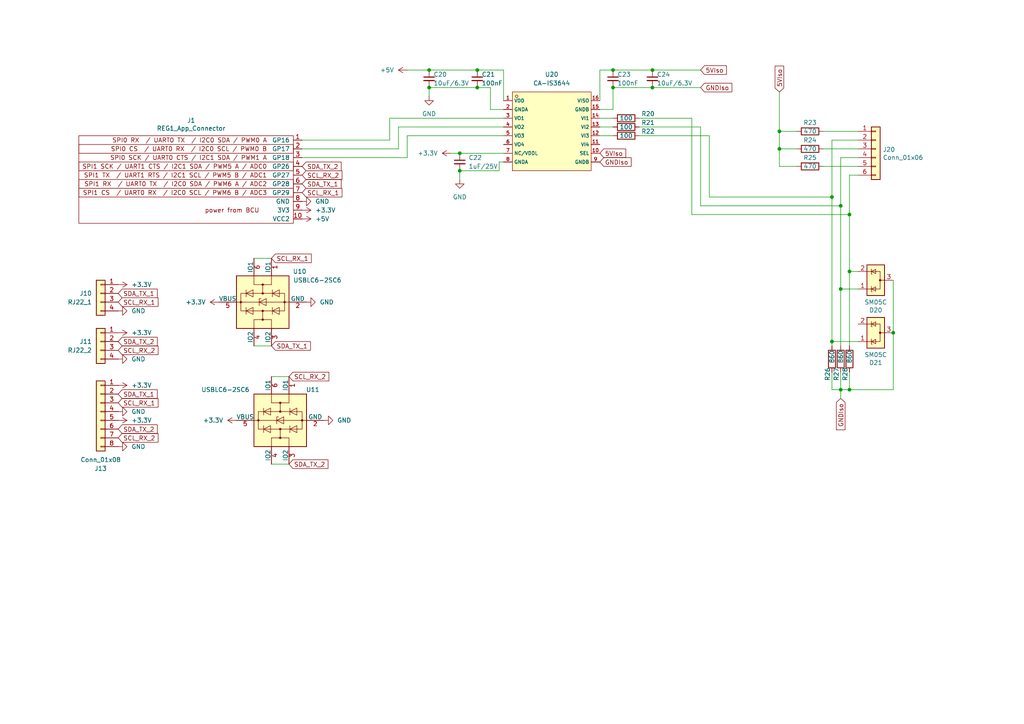
<source format=kicad_sch>
(kicad_sch (version 20250114) (generator "eeschema") (generator_version "9.0")
  (paper "A4")
  (title_block (title "REG1-App-SEN-Multi") (date "2024-09-10") (rev "V00.02") (company "OpenKNX") (comment 1 "by Ing-Dom <dom@ing-dom.de>") (comment 2 "OpenKNX Open Hardware under CC BY-NC-SA 4.0") (comment 3 "REG1-Application PCB with 2 sensor inputs (UART/I2C) and 3 isolated binary inputs") (comment 4 "https://OpenKNX.de"))
  (lib_symbols
    (symbol "Connector_Generic:Conn_01x04" (pin_names (offset 1.016) (hide yes))
      (property "Reference" "J" (at 0 5.08 0))
      (property "Value" "Conn_01x04" (at 0 -7.62 0))
      (symbol "Conn_01x04_1_1"
        (rectangle (start -1.27 3.81) (end 1.27 -6.35) (stroke (width 0.254)) (fill (type background)))
        (rectangle (start -1.27 2.667) (end 0 2.413) (stroke (width 0.1524)))
        (rectangle (start -1.27 0.127) (end 0 -0.127) (stroke (width 0.1524)))
        (rectangle (start -1.27 -2.413) (end 0 -2.667) (stroke (width 0.1524)))
        (rectangle (start -1.27 -4.953) (end 0 -5.207) (stroke (width 0.1524)))
        (pin passive line (at -5.08 2.54 0) (length 3.81) (name "Pin_1") (number "1"))
        (pin passive line (at -5.08 0 0) (length 3.81) (name "Pin_2") (number "2"))
        (pin passive line (at -5.08 -2.54 0) (length 3.81) (name "Pin_3") (number "3"))
        (pin passive line (at -5.08 -5.08 0) (length 3.81) (name "Pin_4") (number "4"))
      )
    )
    (symbol "Connector_Generic:Conn_01x06" (pin_names (offset 1.016) (hide yes))
      (property "Reference" "J" (at 0 7.62 0))
      (property "Value" "Conn_01x06" (at 0 -10.16 0))
      (symbol "Conn_01x06_1_1"
        (rectangle (start -1.27 6.35) (end 1.27 -8.89) (stroke (width 0.254)) (fill (type background)))
        (rectangle (start -1.27 5.207) (end 0 4.953) (stroke (width 0.1524)))
        (rectangle (start -1.27 2.667) (end 0 2.413) (stroke (width 0.1524)))
        (rectangle (start -1.27 0.127) (end 0 -0.127) (stroke (width 0.1524)))
        (rectangle (start -1.27 -2.413) (end 0 -2.667) (stroke (width 0.1524)))
        (rectangle (start -1.27 -4.953) (end 0 -5.207) (stroke (width 0.1524)))
        (rectangle (start -1.27 -7.493) (end 0 -7.747) (stroke (width 0.1524)))
        (pin passive line (at -5.08 5.08 0) (length 3.81) (name "Pin_1") (number "1"))
        (pin passive line (at -5.08 2.54 0) (length 3.81) (name "Pin_2") (number "2"))
        (pin passive line (at -5.08 0 0) (length 3.81) (name "Pin_3") (number "3"))
        (pin passive line (at -5.08 -2.54 0) (length 3.81) (name "Pin_4") (number "4"))
        (pin passive line (at -5.08 -5.08 0) (length 3.81) (name "Pin_5") (number "5"))
        (pin passive line (at -5.08 -7.62 0) (length 3.81) (name "Pin_6") (number "6"))
      )
    )
    (symbol "Connector_Generic:Conn_01x08" (pin_names (offset 1.016) (hide yes))
      (property "Reference" "J" (at 0 10.16 0))
      (property "Value" "Conn_01x08" (at 0 -12.7 0))
      (symbol "Conn_01x08_1_1"
        (rectangle (start -1.27 8.89) (end 1.27 -11.43) (stroke (width 0.254)) (fill (type background)))
        (rectangle (start -1.27 7.747) (end 0 7.493) (stroke (width 0.1524)))
        (rectangle (start -1.27 5.207) (end 0 4.953) (stroke (width 0.1524)))
        (rectangle (start -1.27 2.667) (end 0 2.413) (stroke (width 0.1524)))
        (rectangle (start -1.27 0.127) (end 0 -0.127) (stroke (width 0.1524)))
        (rectangle (start -1.27 -2.413) (end 0 -2.667) (stroke (width 0.1524)))
        (rectangle (start -1.27 -4.953) (end 0 -5.207) (stroke (width 0.1524)))
        (rectangle (start -1.27 -7.493) (end 0 -7.747) (stroke (width 0.1524)))
        (rectangle (start -1.27 -10.033) (end 0 -10.287) (stroke (width 0.1524)))
        (pin passive line (at -5.08 7.62 0) (length 3.81) (name "Pin_1") (number "1"))
        (pin passive line (at -5.08 5.08 0) (length 3.81) (name "Pin_2") (number "2"))
        (pin passive line (at -5.08 2.54 0) (length 3.81) (name "Pin_3") (number "3"))
        (pin passive line (at -5.08 0 0) (length 3.81) (name "Pin_4") (number "4"))
        (pin passive line (at -5.08 -2.54 0) (length 3.81) (name "Pin_5") (number "5"))
        (pin passive line (at -5.08 -5.08 0) (length 3.81) (name "Pin_6") (number "6"))
        (pin passive line (at -5.08 -7.62 0) (length 3.81) (name "Pin_7") (number "7"))
        (pin passive line (at -5.08 -10.16 0) (length 3.81) (name "Pin_8") (number "8"))
      )
    )
    (symbol "Device:C_Small" (pin_numbers (hide yes)) (pin_names (offset 0.254) (hide yes))
      (property "Reference" "C" (at 0.254 1.778 0))
      (property "Value" "C_Small" (at 0.254 -2.032 0))
      (symbol "C_Small_0_1"
        (polyline (pts (xy -1.524 0.508) (xy 1.524 0.508)) (stroke (width 0.3048)))
        (polyline (pts (xy -1.524 -0.508) (xy 1.524 -0.508)) (stroke (width 0.3302)))
      )
      (symbol "C_Small_1_1"
        (pin passive line (at 0 2.54 270) (length 2.032) (name "~") (number "1"))
        (pin passive line (at 0 -2.54 90) (length 2.032) (name "~") (number "2"))
      )
    )
    (symbol "Device:R" (pin_numbers (hide yes)) (pin_names (offset 0))
      (property "Reference" "R" (at 2.032 0 90))
      (property "Value" "R" (at 0 0 90))
      (symbol "R_0_1"
        (rectangle (start -1.016 -2.54) (end 1.016 2.54) (stroke (width 0.254)))
      )
      (symbol "R_1_1"
        (pin passive line (at 0 3.81 270) (length 1.27) (name "~") (number "1"))
        (pin passive line (at 0 -3.81 90) (length 1.27) (name "~") (number "2"))
      )
    )
    (symbol "EasyEDALib:CA-IS3644"
      (property "Reference" "U" (at 0 1.27 0))
      (property "Value" "CA-IS3644" (at 0 -2.54 0))
      (symbol "CA-IS3644_0_1"
        (rectangle (start -11.43 11.43) (end 11.43 -11.43) (fill (type background)))
        (circle (center -10.16 10.16) (radius 0.381) (fill (type background)))
        (pin unspecified line (at -13.97 8.89 0) (length 2.54) (name "VDD") (number "1"))
        (pin unspecified line (at -13.97 6.35 0) (length 2.54) (name "GNDA") (number "2"))
        (pin unspecified line (at -13.97 3.81 0) (length 2.54) (name "VO1") (number "3"))
        (pin unspecified line (at -13.97 1.27 0) (length 2.54) (name "VO2") (number "4"))
        (pin unspecified line (at -13.97 -1.27 0) (length 2.54) (name "VO3") (number "5"))
        (pin unspecified line (at -13.97 -3.81 0) (length 2.54) (name "VO4") (number "6"))
        (pin unspecified line (at -13.97 -6.35 0) (length 2.54) (name "NC/VDDL") (number "7"))
        (pin unspecified line (at -13.97 -8.89 0) (length 2.54) (name "GNDA") (number "8"))
        (pin unspecified line (at 13.97 8.89 180) (length 2.54) (name "VISO") (number "16"))
        (pin unspecified line (at 13.97 6.35 180) (length 2.54) (name "GNDB") (number "15"))
        (pin unspecified line (at 13.97 3.81 180) (length 2.54) (name "VI1") (number "14"))
        (pin unspecified line (at 13.97 1.27 180) (length 2.54) (name "VI2") (number "13"))
        (pin unspecified line (at 13.97 -1.27 180) (length 2.54) (name "VI3") (number "12"))
        (pin unspecified line (at 13.97 -3.81 180) (length 2.54) (name "VI4") (number "11"))
        (pin unspecified line (at 13.97 -6.35 180) (length 2.54) (name "SEL") (number "10"))
        (pin unspecified line (at 13.97 -8.89 180) (length 2.54) (name "GNDB") (number "9"))
      )
    )
    (symbol "OpenKNX:REG1_App_Connector" (pin_names (offset 1.016))
      (property "Reference" "J" (at 10.16 13.97 0))
      (property "Value" "REG1_App_Connector" (at 1.27 -13.97 0))
      (symbol "REG1_App_Connector_0_0"
        (rectangle (start -49.53 -2.54) (end 12.7 0))
        (rectangle (start 12.7 12.7) (end -49.53 -12.7))
        (rectangle (start 12.7 10.16) (end -49.53 7.62))
        (rectangle (start 12.7 2.54) (end -49.53 5.08))
        (rectangle (start 12.7 -5.08) (end -49.53 -2.54))
        (text "power from BCU" (at -5.08 -8.89 0) (effects (font (size 1.27 1.27))))
        (text "SPI0 RX  / UART0 TX  / I2C0 SDA / PWM0 A" (at 5.08 11.43 0) (effects (font (size 1.27 1.27)) (justify right)))
        (text "SPI0 CS  / UART0 RX  / I2C0 SCL / PWM0 B" (at 5.08 8.89 0) (effects (font (size 1.27 1.27)) (justify right)))
        (text "SPI0 SCK / UART0 CTS / I2C1 SDA / PWM1 A" (at 5.08 6.35 0) (effects (font (size 1.27 1.27)) (justify right)))
        (text "SPI1 SCK / UART1 CTS / I2C1 SDA / PWM5 A / ADC0" (at 5.08 3.81 0) (effects (font (size 1.27 1.27)) (justify right)))
        (text "SPI1 TX  / UART1 RTS / I2C1 SCL / PWM5 B / ADC1" (at 5.08 1.27 0) (effects (font (size 1.27 1.27)) (justify right)))
        (text "SPI1 RX  / UART0 TX  / I2C0 SDA / PWM6 A / ADC2" (at 5.08 -1.27 0) (effects (font (size 1.27 1.27)) (justify right)))
        (text "SPI1 CS  / UART0 RX  / I2C0 SCL / PWM6 B / ADC3" (at 5.08 -3.81 0) (effects (font (size 1.27 1.27)) (justify right)))
      )
      (symbol "REG1_App_Connector_1_1"
        (pin bidirectional line (at 15.24 11.43 180) (length 2.54) (name "GP16") (number "1"))
        (pin bidirectional line (at 15.24 8.89 180) (length 2.54) (name "GP17") (number "2"))
        (pin bidirectional line (at 15.24 6.35 180) (length 2.54) (name "GP18") (number "3"))
        (pin bidirectional line (at 15.24 3.81 180) (length 2.54) (name "GP26") (number "4"))
        (pin bidirectional line (at 15.24 1.27 180) (length 2.54) (name "GP27") (number "5"))
        (pin bidirectional line (at 15.24 -1.27 180) (length 2.54) (name "GP28") (number "6"))
        (pin bidirectional line (at 15.24 -3.81 180) (length 2.54) (name "GP29") (number "7"))
        (pin power_out line (at 15.24 -6.35 180) (length 2.54) (name "GND") (number "8"))
        (pin power_out line (at 15.24 -8.89 180) (length 2.54) (name "3V3") (number "9"))
        (pin power_out line (at 15.24 -11.43 180) (length 2.54) (name "VCC2") (number "10"))
      )
    )
    (symbol "Power_Protection:SP0502BAHT" (pin_names (hide yes))
      (property "Reference" "D" (at 5.715 2.54 0))
      (property "Value" "SP0502BAHT" (at 5.715 0.635 0))
      (symbol "SP0502BAHT_0_0"
        (pin passive line (at 0 -5.08 90) (length 2.54) (name "A") (number "3"))
      )
      (symbol "SP0502BAHT_0_1"
        (rectangle (start -4.445 2.54) (end 4.445 -2.54) (stroke (width 0.254)) (fill (type background)))
        (polyline (pts (xy -3.302 1.016) (xy -3.302 1.27) (xy -1.905 1.27) (xy -1.778 1.27)))
        (polyline (pts (xy -2.54 2.54) (xy -2.54 1.27)))
        (polyline (pts (xy -2.54 1.27) (xy -2.54 -1.27) (xy 2.54 -1.27) (xy 2.54 1.27)))
        (polyline (pts (xy -2.54 1.27) (xy -1.905 0) (xy -3.175 0) (xy -2.54 1.27)))
        (polyline (pts (xy 0 -1.27) (xy 0 -2.54)))
        (circle (center 0 -1.27) (radius 0.254) (fill (type outline)))
        (polyline (pts (xy 1.778 1.016) (xy 1.778 1.27) (xy 3.175 1.27) (xy 3.302 1.27)))
        (polyline (pts (xy 2.54 2.54) (xy 2.54 1.27)))
        (polyline (pts (xy 2.54 1.27) (xy 1.905 0) (xy 3.175 0) (xy 2.54 1.27)))
      )
      (symbol "SP0502BAHT_1_1"
        (pin passive line (at -2.54 5.08 270) (length 2.54) (name "K") (number "1"))
        (pin passive line (at 2.54 5.08 270) (length 2.54) (name "K") (number "2"))
      )
    )
    (symbol "REG1-Controller2040-rescue:USBLC6-2SC6-Power_Protection" (pin_names (offset 0))
      (property "Reference" "U" (at 5.08 8.89 0))
      (property "Value" "Power_Protection_USBLC6-2SC6" (at 10.16 -10.16 0))
      (symbol "USBLC6-2SC6-Power_Protection_0_1"
        (rectangle (start -7.62 -7.62) (end 7.62 7.62) (stroke (width 0.254)) (fill (type background)))
        (polyline (pts (xy -5.08 2.54) (xy -7.62 2.54)))
        (circle (center -5.08 0) (radius 0.254) (fill (type outline)))
        (polyline (pts (xy -5.08 0) (xy -5.08 -2.54)))
        (polyline (pts (xy -5.08 -2.54) (xy -7.62 -2.54)))
        (polyline (pts (xy -3.556 2.794) (xy -1.524 2.794) (xy -2.54 4.826) (xy -3.556 2.794)))
        (polyline (pts (xy -3.556 -4.826) (xy -1.524 -4.826) (xy -2.54 -2.794) (xy -3.556 -4.826)))
        (rectangle (start -2.54 6.35) (end 2.54 -6.35))
        (circle (center -2.54 0) (radius 0.254) (fill (type outline)))
        (polyline (pts (xy -2.54 0) (xy -5.08 0) (xy -5.08 2.54)))
        (polyline (pts (xy -1.524 4.826) (xy -3.556 4.826)))
        (polyline (pts (xy -1.524 -2.794) (xy -3.556 -2.794)))
        (polyline (pts (xy -1.016 -1.016) (xy 1.016 -1.016) (xy 0 1.016) (xy -1.016 -1.016)))
        (circle (center 0 6.35) (radius 0.254) (fill (type outline)))
        (polyline (pts (xy 0 6.35) (xy 0 7.62)))
        (polyline (pts (xy 0 1.27) (xy 0 6.35)))
        (polyline (pts (xy 0 -6.35) (xy 0 1.27)))
        (circle (center 0 -6.35) (radius 0.254) (fill (type outline)))
        (polyline (pts (xy 0 -7.62) (xy 0 -6.35)))
        (polyline (pts (xy 1.016 1.016) (xy 0.762 1.016) (xy -1.016 1.016) (xy -1.016 0.508)))
        (polyline (pts (xy 1.524 4.826) (xy 3.556 4.826)))
        (polyline (pts (xy 1.524 -2.794) (xy 3.556 -2.794)))
        (polyline (pts (xy 2.54 0) (xy 5.08 0) (xy 5.08 2.54)))
        (circle (center 2.54 0) (radius 0.254) (fill (type outline)))
        (polyline (pts (xy 3.556 2.794) (xy 1.524 2.794) (xy 2.54 4.826) (xy 3.556 2.794)))
        (polyline (pts (xy 3.556 -4.826) (xy 1.524 -4.826) (xy 2.54 -2.794) (xy 3.556 -4.826)))
        (polyline (pts (xy 5.08 2.54) (xy 7.62 2.54)))
        (polyline (pts (xy 5.08 0) (xy 5.08 -2.54)))
        (circle (center 5.08 0) (radius 0.254) (fill (type outline)))
        (polyline (pts (xy 5.08 -2.54) (xy 7.62 -2.54)))
      )
      (symbol "USBLC6-2SC6-Power_Protection_1_1"
        (pin passive line (at -12.7 2.54 0) (length 5.08) (name "IO1") (number "6"))
        (pin passive line (at -12.7 -2.54 0) (length 5.08) (name "IO1") (number "1"))
        (pin passive line (at 0 12.7 270) (length 5.08) (name "VBUS") (number "5"))
        (pin passive line (at 0 -12.7 90) (length 5.08) (name "GND") (number "2"))
        (pin passive line (at 12.7 2.54 180) (length 5.08) (name "IO2") (number "4"))
        (pin passive line (at 12.7 -2.54 180) (length 5.08) (name "IO2") (number "3"))
      )
    )
    (symbol "power:+3.3V" (power) (pin_names (offset 0))
      (property "Value" "+3.3V" (at 0 3.556 0))
      (symbol "+3.3V_0_1"
        (polyline (pts (xy -0.762 1.27) (xy 0 2.54)))
        (polyline (pts (xy 0 2.54) (xy 0.762 1.27)))
        (polyline (pts (xy 0 0) (xy 0 2.54)))
      )
      (symbol "+3.3V_1_1"
        (pin power_in line (at 0 0 90) (length 0) (hide yes) (name "+3.3V") (number "1"))
      )
    )
    (symbol "power:+5V" (power) (pin_names (offset 0))
      (property "Value" "+5V" (at 0 3.556 0))
      (symbol "+5V_0_1"
        (polyline (pts (xy -0.762 1.27) (xy 0 2.54)))
        (polyline (pts (xy 0 2.54) (xy 0.762 1.27)))
        (polyline (pts (xy 0 0) (xy 0 2.54)))
      )
      (symbol "+5V_1_1"
        (pin power_in line (at 0 0 90) (length 0) (hide yes) (name "+5V") (number "1"))
      )
    )
    (symbol "power:GND" (power) (pin_names (offset 0))
      (property "Value" "GND" (at 0 -3.81 0))
      (symbol "GND_0_1"
        (polyline (pts (xy 0 0) (xy 0 -1.27) (xy 1.27 -1.27) (xy 0 -2.54) (xy -1.27 -1.27) (xy 0 -1.27)))
      )
      (symbol "GND_1_1"
        (pin power_in line (at 0 0 270) (length 0) (hide yes) (name "GND") (number "1"))
      )
    )
  )
  (junction (at 138.43 25.4))
  (junction (at 241.3 57.15))
  (junction (at 246.38 78.74))
  (junction (at 243.84 59.69))
  (junction (at 124.46 25.4))
  (junction (at 226.06 38.1))
  (junction (at 177.8 20.32))
  (junction (at 259.08 96.52))
  (junction (at 246.38 62.23))
  (junction (at 226.06 43.18))
  (junction (at 241.3 99.06))
  (junction (at 243.84 83.82))
  (junction (at 124.46 20.32))
  (junction (at 246.38 113.03))
  (junction (at 133.35 44.45))
  (junction (at 243.84 113.03))
  (junction (at 177.8 25.4))
  (junction (at 138.43 20.32))
  (junction (at 189.23 25.4))
  (junction (at 189.23 20.32))
  (junction (at 133.35 49.53))
  (wire (pts (xy 185.42 36.83) (xy 203.2 36.83)))
  (wire (pts (xy 226.06 38.1) (xy 231.14 38.1)))
  (wire (pts (xy 241.3 107.95) (xy 241.3 113.03)))
  (wire (pts (xy 243.84 113.03) (xy 243.84 115.57)))
  (wire (pts (xy 238.76 38.1) (xy 248.92 38.1)))
  (wire (pts (xy 142.24 31.75) (xy 146.05 31.75)))
  (wire (pts (xy 118.11 45.72) (xy 87.63 45.72)))
  (wire (pts (xy 189.23 25.4) (xy 203.2 25.4)))
  (wire (pts (xy 241.3 113.03) (xy 243.84 113.03)))
  (wire (pts (xy 177.8 25.4) (xy 189.23 25.4)))
  (wire (pts (xy 248.92 40.64) (xy 241.3 40.64)))
  (wire (pts (xy 113.03 34.29) (xy 146.05 34.29)))
  (wire (pts (xy 246.38 50.8) (xy 246.38 62.23)))
  (wire (pts (xy 200.66 62.23) (xy 246.38 62.23)))
  (wire (pts (xy 73.66 100.33) (xy 78.74 100.33)))
  (wire (pts (xy 243.84 83.82) (xy 243.84 100.33)))
  (wire (pts (xy 246.38 113.03) (xy 259.08 113.03)))
  (wire (pts (xy 243.84 59.69) (xy 243.84 83.82)))
  (wire (pts (xy 146.05 20.32) (xy 146.05 29.21)))
  (wire (pts (xy 173.99 20.32) (xy 173.99 29.21)))
  (wire (pts (xy 173.99 39.37) (xy 177.8 39.37)))
  (wire (pts (xy 118.11 39.37) (xy 118.11 45.72)))
  (wire (pts (xy 173.99 31.75) (xy 177.8 31.75)))
  (wire (pts (xy 248.92 50.8) (xy 246.38 50.8)))
  (wire (pts (xy 248.92 45.72) (xy 243.84 45.72)))
  (wire (pts (xy 142.24 25.4) (xy 142.24 31.75)))
  (wire (pts (xy 246.38 78.74) (xy 246.38 100.33)))
  (wire (pts (xy 259.08 113.03) (xy 259.08 96.52)))
  (wire (pts (xy 185.42 34.29) (xy 200.66 34.29)))
  (wire (pts (xy 177.8 20.32) (xy 173.99 20.32)))
  (wire (pts (xy 226.06 48.26) (xy 226.06 43.18)))
  (wire (pts (xy 243.84 45.72) (xy 243.84 59.69)))
  (wire (pts (xy 241.3 99.06) (xy 248.92 99.06)))
  (wire (pts (xy 203.2 59.69) (xy 243.84 59.69)))
  (wire (pts (xy 259.08 96.52) (xy 259.08 81.28)))
  (wire (pts (xy 203.2 36.83) (xy 203.2 59.69)))
  (wire (pts (xy 173.99 34.29) (xy 177.8 34.29)))
  (wire (pts (xy 226.06 43.18) (xy 231.14 43.18)))
  (wire (pts (xy 246.38 78.74) (xy 248.92 78.74)))
  (wire (pts (xy 133.35 44.45) (xy 146.05 44.45)))
  (wire (pts (xy 130.81 44.45) (xy 133.35 44.45)))
  (wire (pts (xy 146.05 46.99) (xy 144.78 46.99)))
  (wire (pts (xy 241.3 57.15) (xy 241.3 99.06)))
  (wire (pts (xy 226.06 26.67) (xy 226.06 38.1)))
  (wire (pts (xy 73.66 74.93) (xy 78.74 74.93)))
  (wire (pts (xy 124.46 20.32) (xy 138.43 20.32)))
  (wire (pts (xy 243.84 107.95) (xy 243.84 113.03)))
  (wire (pts (xy 113.03 34.29) (xy 113.03 40.64)))
  (wire (pts (xy 124.46 25.4) (xy 124.46 27.94)))
  (wire (pts (xy 246.38 113.03) (xy 243.84 113.03)))
  (wire (pts (xy 115.57 36.83) (xy 146.05 36.83)))
  (wire (pts (xy 118.11 20.32) (xy 124.46 20.32)))
  (wire (pts (xy 205.74 57.15) (xy 241.3 57.15)))
  (wire (pts (xy 113.03 40.64) (xy 87.63 40.64)))
  (wire (pts (xy 246.38 107.95) (xy 246.38 113.03)))
  (wire (pts (xy 78.74 109.22) (xy 83.82 109.22)))
  (wire (pts (xy 231.14 48.26) (xy 226.06 48.26)))
  (wire (pts (xy 200.66 34.29) (xy 200.66 62.23)))
  (wire (pts (xy 203.2 20.32) (xy 189.23 20.32)))
  (wire (pts (xy 238.76 48.26) (xy 248.92 48.26)))
  (wire (pts (xy 205.74 39.37) (xy 205.74 57.15)))
  (wire (pts (xy 144.78 46.99) (xy 144.78 49.53)))
  (wire (pts (xy 133.35 49.53) (xy 133.35 52.07)))
  (wire (pts (xy 124.46 25.4) (xy 138.43 25.4)))
  (wire (pts (xy 144.78 49.53) (xy 133.35 49.53)))
  (wire (pts (xy 115.57 43.18) (xy 115.57 36.83)))
  (wire (pts (xy 226.06 43.18) (xy 226.06 38.1)))
  (wire (pts (xy 241.3 40.64) (xy 241.3 57.15)))
  (wire (pts (xy 241.3 99.06) (xy 241.3 100.33)))
  (wire (pts (xy 238.76 43.18) (xy 248.92 43.18)))
  (wire (pts (xy 243.84 83.82) (xy 248.92 83.82)))
  (wire (pts (xy 246.38 62.23) (xy 246.38 78.74)))
  (wire (pts (xy 138.43 25.4) (xy 142.24 25.4)))
  (wire (pts (xy 189.23 20.32) (xy 177.8 20.32)))
  (wire (pts (xy 185.42 39.37) (xy 205.74 39.37)))
  (wire (pts (xy 87.63 43.18) (xy 115.57 43.18)))
  (wire (pts (xy 177.8 31.75) (xy 177.8 25.4)))
  (wire (pts (xy 78.74 134.62) (xy 83.82 134.62)))
  (wire (pts (xy 146.05 39.37) (xy 118.11 39.37)))
  (wire (pts (xy 173.99 36.83) (xy 177.8 36.83)))
  (wire (pts (xy 138.43 20.32) (xy 146.05 20.32)))
  (global_label "SDA_TX_1" (shape input) (at 34.29 114.3 0) (property "Intersheetrefs" "${INTERSHEET_REFS}" (effects (hide yes))))
  (global_label "SCL_RX_2" (shape input) (at 34.29 101.6 0) (property "Intersheetrefs" "${INTERSHEET_REFS}" (effects (hide yes))))
  (global_label "SDA_TX_1" (shape input) (at 34.29 85.09 0) (property "Intersheetrefs" "${INTERSHEET_REFS}" (effects (hide yes))))
  (global_label "SCL_RX_2" (shape input) (at 87.63 50.8 0) (property "Intersheetrefs" "${INTERSHEET_REFS}" (effects (hide yes))))
  (global_label "SCL_RX_1" (shape input) (at 87.63 55.88 0) (property "Intersheetrefs" "${INTERSHEET_REFS}" (effects (hide yes))))
  (global_label "SCL_RX_1" (shape input) (at 34.29 116.84 0) (property "Intersheetrefs" "${INTERSHEET_REFS}" (effects (hide yes))))
  (global_label "SDA_TX_1" (shape input) (at 78.74 100.33 0) (property "Intersheetrefs" "${INTERSHEET_REFS}" (effects (hide yes))))
  (global_label "SCL_RX_1" (shape input) (at 34.29 87.63 0) (property "Intersheetrefs" "${INTERSHEET_REFS}" (effects (hide yes))))
  (global_label "5VIso" (shape input) (at 203.2 20.32 0) (property "Intersheetrefs" "${INTERSHEET_REFS}" (effects (hide yes))))
  (global_label "GNDIso" (shape input) (at 203.2 25.4 0) (property "Intersheetrefs" "${INTERSHEET_REFS}" (effects (hide yes))))
  (global_label "5VIso" (shape input) (at 173.99 44.45 0) (property "Intersheetrefs" "${INTERSHEET_REFS}" (effects (hide yes))))
  (global_label "GNDIso" (shape input) (at 243.84 115.57 270) (property "Intersheetrefs" "${INTERSHEET_REFS}" (effects (hide yes))))
  (global_label "5VIso" (shape input) (at 226.06 26.67 90) (property "Intersheetrefs" "${INTERSHEET_REFS}" (effects (hide yes))))
  (global_label "SDA_TX_2" (shape input) (at 87.63 48.26 0) (property "Intersheetrefs" "${INTERSHEET_REFS}" (effects (hide yes))))
  (global_label "SDA_TX_2" (shape input) (at 34.29 124.46 0) (property "Intersheetrefs" "${INTERSHEET_REFS}" (effects (hide yes))))
  (global_label "SCL_RX_1" (shape input) (at 78.74 74.93 0) (property "Intersheetrefs" "${INTERSHEET_REFS}" (effects (hide yes))))
  (global_label "SDA_TX_2" (shape input) (at 83.82 134.62 0) (property "Intersheetrefs" "${INTERSHEET_REFS}" (effects (hide yes))))
  (global_label "SCL_RX_2" (shape input) (at 83.82 109.22 0) (property "Intersheetrefs" "${INTERSHEET_REFS}" (effects (hide yes))))
  (global_label "SDA_TX_1" (shape input) (at 87.63 53.34 0) (property "Intersheetrefs" "${INTERSHEET_REFS}" (effects (hide yes))))
  (global_label "SCL_RX_2" (shape input) (at 34.29 127 0) (property "Intersheetrefs" "${INTERSHEET_REFS}" (effects (hide yes))))
  (global_label "SDA_TX_2" (shape input) (at 34.29 99.06 0) (property "Intersheetrefs" "${INTERSHEET_REFS}" (effects (hide yes))))
  (global_label "GNDIso" (shape input) (at 173.99 46.99 0) (property "Intersheetrefs" "${INTERSHEET_REFS}" (effects (hide yes))))
  (symbol (lib_id "Connector_Generic:Conn_01x06") (at 254 43.18 0) (unit 1)
    (property "Reference" "J20" (at 256.032 43.3832 0) (effects (justify left)))
    (property "Value" "Conn_01x06" (at 256.032 45.6946 0) (effects (justify left)))
    (property "Footprint" "Connector_Phoenix_MC:PhoenixContact_MC_1,5_6-G-3.5_1x06_P3.50mm_Horizontal" (effects (hide yes)))
  )
  (symbol (lib_id "OpenKNX:REG1_App_Connector") (at 72.39 52.07 0) (unit 1)
    (property "Reference" "J1" (at 55.4482 34.925 0))
    (property "Value" "REG1_App_Connector" (at 55.4482 37.2364 0))
    (property "Footprint" "Connector_PinHeader_2.54mm:PinHeader_1x10_P2.54mm_Horizontal" (effects (hide yes)))
  )
  (symbol (lib_id "power:+3.3V") (at 68.58 121.92 90) (unit 1)
    (property "Reference" "#PWR019" (effects (hide yes)))
    (property "Value" "+3.3V" (at 64.77 121.92 90) (effects (justify left)))
  )
  (symbol (lib_id "Device:C_Small") (at 133.35 46.99 0) (unit 1)
    (property "Reference" "C22" (at 135.89 45.7263 0) (effects (justify left)))
    (property "Value" "1uF/25V" (at 135.89 48.2663 0) (effects (justify left)))
    (property "Footprint" "Capacitor_SMD:C_0402_1005Metric" (effects (hide yes)))
  )
  (symbol (lib_id "power:+3.3V") (at 34.29 111.76 270) (unit 1)
    (property "Reference" "#PWR07" (effects (hide yes)))
    (property "Value" "+3.3V" (at 38.1 111.76 90) (effects (justify left)))
  )
  (symbol (lib_id "power:+3.3V") (at 130.81 44.45 90) (unit 1)
    (property "Reference" "#PWR016" (effects (hide yes)))
    (property "Value" "+3.3V" (at 127 44.45 90) (effects (justify left)))
  )
  (symbol (lib_id "Device:C_Small") (at 138.43 22.86 0) (unit 1)
    (property "Reference" "C21" (at 139.7 21.59 0) (effects (justify left)))
    (property "Value" "100nF" (at 139.7 24.13 0) (effects (justify left)))
    (property "Footprint" "Capacitor_SMD:C_0402_1005Metric" (effects (hide yes)))
  )
  (symbol (lib_id "REG1-Controller2040-rescue:USBLC6-2SC6-Power_Protection") (at 81.28 121.92 90) (mirror x) (unit 1)
    (property "Reference" "U11" (at 92.71 113.03 90) (effects (justify left)))
    (property "Value" "USBLC6-2SC6" (at 72.39 113.03 90) (effects (justify left)))
    (property "Footprint" "Package_TO_SOT_SMD:SOT-23-6" (effects (hide yes)))
    (property "Datasheet" "http://www2.st.com/resource/en/datasheet/CD00050750.pdf" (effects (hide yes)))
  )
  (symbol (lib_id "power:+3.3V") (at 87.63 60.96 270) (unit 1)
    (property "Reference" "#PWR05" (effects (hide yes)))
    (property "Value" "+3.3V" (at 91.44 60.96 90) (effects (justify left)))
  )
  (symbol (lib_id "power:GND") (at 34.29 104.14 90) (unit 1)
    (property "Reference" "#PWR02" (effects (hide yes)))
    (property "Value" "GND" (at 38.1 104.14 90) (effects (justify right)))
  )
  (symbol (lib_id "power:GND") (at 34.29 119.38 90) (unit 1)
    (property "Reference" "#PWR08" (effects (hide yes)))
    (property "Value" "GND" (at 38.1 119.38 90) (effects (justify right)))
  )
  (symbol (lib_id "power:GND") (at 88.9 87.63 90) (unit 1)
    (property "Reference" "#PWR012" (effects (hide yes)))
    (property "Value" "GND" (at 92.71 87.63 90) (effects (justify right)))
  )
  (symbol (lib_id "Device:R") (at 246.38 104.14 180) (unit 1)
    (property "Reference" "R28" (at 245.11 110.49 90) (effects (justify right)))
    (property "Value" "860" (at 246.38 105.41 90) (effects (justify right)))
    (property "Footprint" "Resistor_SMD:R_0603_1608Metric" (effects (hide yes)))
  )
  (symbol (lib_id "power:GND") (at 87.63 58.42 90) (unit 1)
    (property "Reference" "#PWR06" (effects (hide yes)))
    (property "Value" "GND" (at 91.44 58.42 90) (effects (justify right)))
  )
  (symbol (lib_id "power:+5V") (at 118.11 20.32 90) (unit 1)
    (property "Reference" "#PWR014" (effects (hide yes)))
    (property "Value" "+5V" (at 114.3 20.32 90) (effects (justify left)))
  )
  (symbol (lib_id "Device:R") (at 243.84 104.14 180) (unit 1)
    (property "Reference" "R27" (at 242.57 110.49 90) (effects (justify right)))
    (property "Value" "860" (at 243.84 105.41 90) (effects (justify right)))
    (property "Footprint" "Resistor_SMD:R_0603_1608Metric" (effects (hide yes)))
  )
  (symbol (lib_id "Device:R") (at 234.95 43.18 90) (unit 1)
    (property "Reference" "R24" (at 234.95 40.64 90))
    (property "Value" "470" (at 234.95 43.18 90))
    (property "Footprint" "Resistor_SMD:R_0603_1608Metric" (effects (hide yes)))
  )
  (symbol (lib_id "Power_Protection:SP0502BAHT") (at 254 81.28 90) (unit 1)
    (property "Reference" "D20" (at 254 89.9668 90))
    (property "Value" "SM05C" (at 254 87.6554 90))
    (property "Footprint" "Package_TO_SOT_SMD:SOT-23" (effects (hide yes)))
    (property "Datasheet" "https://wmsc.lcsc.com/wmsc/upload/file/pdf/v2/lcsc/2407101112_MDD-Microdiode-Semiconductor-SM05C_C502554.pdf" (effects (hide yes)))
  )
  (symbol (lib_id "power:GND") (at 34.29 129.54 90) (unit 1)
    (property "Reference" "#PWR010" (effects (hide yes)))
    (property "Value" "GND" (at 38.1 129.54 90) (effects (justify right)))
  )
  (symbol (lib_id "Power_Protection:SP0502BAHT") (at 254 96.52 90) (unit 1)
    (property "Reference" "D21" (at 254 105.2068 90))
    (property "Value" "SM05C" (at 254 102.8954 90))
    (property "Footprint" "Package_TO_SOT_SMD:SOT-23" (effects (hide yes)))
    (property "Datasheet" "https://wmsc.lcsc.com/wmsc/upload/file/pdf/v2/lcsc/2407101112_MDD-Microdiode-Semiconductor-SM05C_C502554.pdf" (effects (hide yes)))
  )
  (symbol (lib_id "power:+3.3V") (at 34.29 121.92 270) (unit 1)
    (property "Reference" "#PWR09" (effects (hide yes)))
    (property "Value" "+3.3V" (at 38.1 121.92 90) (effects (justify left)))
  )
  (symbol (lib_id "REG1-Controller2040-rescue:USBLC6-2SC6-Power_Protection") (at 76.2 87.63 90) (mirror x) (unit 1)
    (property "Reference" "U10" (at 88.9 78.74 90) (effects (justify left)))
    (property "Value" "USBLC6-2SC6" (at 99.06 81.28 90) (effects (justify left)))
    (property "Footprint" "Package_TO_SOT_SMD:SOT-23-6" (effects (hide yes)))
    (property "Datasheet" "http://www2.st.com/resource/en/datasheet/CD00050750.pdf" (effects (hide yes)))
  )
  (symbol (lib_id "Device:C_Small") (at 177.8 22.86 0) (unit 1)
    (property "Reference" "C23" (at 179.07 21.59 0) (effects (justify left)))
    (property "Value" "100nF" (at 179.07 24.13 0) (effects (justify left)))
    (property "Footprint" "Capacitor_SMD:C_0402_1005Metric" (effects (hide yes)))
  )
  (symbol (lib_id "Device:R") (at 181.61 36.83 90) (unit 1)
    (property "Reference" "R21" (at 187.96 35.56 90))
    (property "Value" "100" (at 181.61 36.83 90))
    (property "Footprint" "Resistor_SMD:R_0603_1608Metric" (effects (hide yes)))
  )
  (symbol (lib_id "Connector_Generic:Conn_01x04") (at 29.21 85.09 0) (mirror y) (unit 1)
    (property "Reference" "J10" (at 26.67 85.09 0) (effects (justify left)))
    (property "Value" "RJ22_1" (at 26.67 87.63 0) (effects (justify left)))
    (property "Footprint" "EasyEDALib:RJ22" (effects (hide yes)))
  )
  (symbol (lib_id "Device:R") (at 241.3 104.14 180) (unit 1)
    (property "Reference" "R26" (at 240.03 110.49 90) (effects (justify right)))
    (property "Value" "860" (at 241.3 105.41 90) (effects (justify right)))
    (property "Footprint" "Resistor_SMD:R_0603_1608Metric" (effects (hide yes)))
  )
  (symbol (lib_id "Device:R") (at 234.95 38.1 90) (unit 1)
    (property "Reference" "R23" (at 234.95 35.56 90))
    (property "Value" "470" (at 234.95 38.1 90))
    (property "Footprint" "Resistor_SMD:R_0603_1608Metric" (effects (hide yes)))
  )
  (symbol (lib_id "Device:R") (at 234.95 48.26 90) (unit 1)
    (property "Reference" "R25" (at 234.95 45.72 90))
    (property "Value" "470" (at 234.95 48.26 90))
    (property "Footprint" "Resistor_SMD:R_0603_1608Metric" (effects (hide yes)))
  )
  (symbol (lib_id "power:GND") (at 133.35 52.07 0) (unit 1)
    (property "Reference" "#PWR017" (effects (hide yes)))
    (property "Value" "GND" (at 133.35 57.15 0))
  )
  (symbol (lib_id "power:+3.3V") (at 34.29 82.55 270) (unit 1)
    (property "Reference" "#PWR03" (effects (hide yes)))
    (property "Value" "+3.3V" (at 38.1 82.55 90) (effects (justify left)))
  )
  (symbol (lib_id "Connector_Generic:Conn_01x08") (at 29.21 119.38 0) (mirror y) (unit 1)
    (property "Reference" "J13" (at 29.21 135.89 0))
    (property "Value" "Conn_01x08" (at 29.21 133.35 0))
    (property "Footprint" "EasyEDAModLib:CONN-TH_8P-P2.54_DIBO_DB2ERC-2.54-8P-GN" (effects (hide yes)))
  )
  (symbol (lib_id "power:+3.3V") (at 63.5 87.63 90) (unit 1)
    (property "Reference" "#PWR011" (effects (hide yes)))
    (property "Value" "+3.3V" (at 59.69 87.63 90) (effects (justify left)))
  )
  (symbol (lib_id "Device:C_Small") (at 124.46 22.86 0) (unit 1)
    (property "Reference" "C20" (at 125.73 21.59 0) (effects (justify left)))
    (property "Value" "10uF/6.3V" (at 125.73 24.13 0) (effects (justify left)))
    (property "Footprint" "Capacitor_SMD:C_0402_1005Metric" (effects (hide yes)))
  )
  (symbol (lib_id "power:GND") (at 34.29 90.17 90) (unit 1)
    (property "Reference" "#PWR01" (effects (hide yes)))
    (property "Value" "GND" (at 38.1 90.17 90) (effects (justify right)))
  )
  (symbol (lib_id "Device:R") (at 181.61 34.29 90) (unit 1)
    (property "Reference" "R20" (at 187.96 33.02 90))
    (property "Value" "100" (at 181.61 34.29 90))
    (property "Footprint" "Resistor_SMD:R_0603_1608Metric" (effects (hide yes)))
  )
  (symbol (lib_id "power:+5V") (at 87.63 63.5 270) (unit 1)
    (property "Reference" "#PWR013" (effects (hide yes)))
    (property "Value" "+5V" (at 91.44 63.5 90) (effects (justify left)))
  )
  (symbol (lib_id "power:GND") (at 93.98 121.92 90) (unit 1)
    (property "Reference" "#PWR018" (effects (hide yes)))
    (property "Value" "GND" (at 97.79 121.92 90) (effects (justify right)))
  )
  (symbol (lib_id "Device:C_Small") (at 189.23 22.86 0) (unit 1)
    (property "Reference" "C24" (at 190.5 21.59 0) (effects (justify left)))
    (property "Value" "10uF/6.3V" (at 190.5 24.13 0) (effects (justify left)))
    (property "Footprint" "Capacitor_SMD:C_0402_1005Metric" (effects (hide yes)))
  )
  (symbol (lib_id "Device:R") (at 181.61 39.37 90) (unit 1)
    (property "Reference" "R22" (at 187.96 38.1 90))
    (property "Value" "100" (at 181.61 39.37 90))
    (property "Footprint" "Resistor_SMD:R_0603_1608Metric" (effects (hide yes)))
  )
  (symbol (lib_id "Connector_Generic:Conn_01x04") (at 29.21 99.06 0) (mirror y) (unit 1)
    (property "Reference" "J11" (at 26.67 99.06 0) (effects (justify left)))
    (property "Value" "RJ22_2" (at 26.67 101.6 0) (effects (justify left)))
    (property "Footprint" "EasyEDALib:RJ22" (effects (hide yes)))
  )
  (symbol (lib_id "power:+3.3V") (at 34.29 96.52 270) (unit 1)
    (property "Reference" "#PWR04" (effects (hide yes)))
    (property "Value" "+3.3V" (at 38.1 96.52 90) (effects (justify left)))
  )
  (symbol (lib_id "power:GND") (at 124.46 27.94 0) (unit 1)
    (property "Reference" "#PWR015" (effects (hide yes)))
    (property "Value" "GND" (at 124.46 33.02 0))
  )
  (symbol (lib_id "EasyEDALib:CA-IS3644") (at 160.02 38.1 0) (unit 1)
    (property "Reference" "U20" (at 160.02 21.59 0))
    (property "Value" "CA-IS3644" (at 160.02 24.13 0))
    (property "Footprint" "EasyEDALib:WSOIC-16_L10.3-W7.5-P1.27-LS10.3-BL" (effects (hide yes)))
    (property "Datasheet" "https://e.chipanalog.com/Public/Uploads/uploadfile/files/20240611/CAIS36xxdatasheetVersion1.08en.pdf" (effects (hide yes)))
  )
)
</source>
